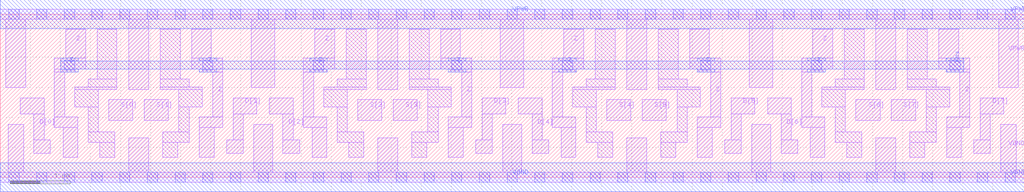
<source format=lef>
# Copyright 2020 The SkyWater PDK Authors
#
# Licensed under the Apache License, Version 2.0 (the "License");
# you may not use this file except in compliance with the License.
# You may obtain a copy of the License at
#
#     https://www.apache.org/licenses/LICENSE-2.0
#
# Unless required by applicable law or agreed to in writing, software
# distributed under the License is distributed on an "AS IS" BASIS,
# WITHOUT WARRANTIES OR CONDITIONS OF ANY KIND, either express or implied.
# See the License for the specific language governing permissions and
# limitations under the License.
#
# SPDX-License-Identifier: Apache-2.0

VERSION 5.7 ;
  NAMESCASESENSITIVE ON ;
  NOWIREEXTENSIONATPIN ON ;
  DIVIDERCHAR "/" ;
  BUSBITCHARS "[]" ;
UNITS
  DATABASE MICRONS 200 ;
END UNITS
PROPERTYDEFINITIONS
  MACRO maskLayoutSubType STRING ;
  MACRO prCellType STRING ;
  MACRO originalViewName STRING ;
END PROPERTYDEFINITIONS
MACRO sky130_fd_sc_hdll__muxb8to1_1
  CLASS CORE ;
  FOREIGN sky130_fd_sc_hdll__muxb8to1_1 ;
  ORIGIN  0.000000  0.000000 ;
  SIZE  17.02000 BY  2.720000 ;
  SYMMETRY X Y R90 ;
  SITE unithd ;
  PIN D[0]
    ANTENNAGATEAREA  0.277500 ;
    DIRECTION INPUT ;
    USE SIGNAL ;
    PORT
      LAYER li1 ;
        RECT 0.335000 1.055000 0.730000 1.325000 ;
        RECT 0.560000 0.395000 0.835000 0.625000 ;
        RECT 0.560000 0.625000 0.730000 1.055000 ;
    END
  END D[0]
  PIN D[1]
    ANTENNAGATEAREA  0.277500 ;
    DIRECTION INPUT ;
    USE SIGNAL ;
    PORT
      LAYER li1 ;
        RECT 3.765000 0.395000 4.040000 0.625000 ;
        RECT 3.870000 0.625000 4.040000 1.055000 ;
        RECT 3.870000 1.055000 4.265000 1.325000 ;
    END
  END D[1]
  PIN D[2]
    ANTENNAGATEAREA  0.277500 ;
    DIRECTION INPUT ;
    USE SIGNAL ;
    PORT
      LAYER li1 ;
        RECT 4.475000 1.055000 4.870000 1.325000 ;
        RECT 4.700000 0.395000 4.975000 0.625000 ;
        RECT 4.700000 0.625000 4.870000 1.055000 ;
    END
  END D[2]
  PIN D[3]
    ANTENNAGATEAREA  0.277500 ;
    DIRECTION INPUT ;
    USE SIGNAL ;
    PORT
      LAYER li1 ;
        RECT 7.905000 0.395000 8.180000 0.625000 ;
        RECT 8.010000 0.625000 8.180000 1.055000 ;
        RECT 8.010000 1.055000 8.405000 1.325000 ;
    END
  END D[3]
  PIN D[4]
    ANTENNAGATEAREA  0.277500 ;
    DIRECTION INPUT ;
    USE SIGNAL ;
    PORT
      LAYER li1 ;
        RECT 8.615000 1.055000 9.010000 1.325000 ;
        RECT 8.840000 0.395000 9.115000 0.625000 ;
        RECT 8.840000 0.625000 9.010000 1.055000 ;
    END
  END D[4]
  PIN D[5]
    ANTENNAGATEAREA  0.277500 ;
    DIRECTION INPUT ;
    USE SIGNAL ;
    PORT
      LAYER li1 ;
        RECT 12.045000 0.395000 12.320000 0.625000 ;
        RECT 12.150000 0.625000 12.320000 1.055000 ;
        RECT 12.150000 1.055000 12.545000 1.325000 ;
    END
  END D[5]
  PIN D[6]
    ANTENNAGATEAREA  0.277500 ;
    DIRECTION INPUT ;
    USE SIGNAL ;
    PORT
      LAYER li1 ;
        RECT 12.755000 1.055000 13.150000 1.325000 ;
        RECT 12.980000 0.395000 13.255000 0.625000 ;
        RECT 12.980000 0.625000 13.150000 1.055000 ;
    END
  END D[6]
  PIN D[7]
    ANTENNAGATEAREA  0.277500 ;
    DIRECTION INPUT ;
    USE SIGNAL ;
    PORT
      LAYER li1 ;
        RECT 16.185000 0.395000 16.460000 0.625000 ;
        RECT 16.290000 0.625000 16.460000 1.055000 ;
        RECT 16.290000 1.055000 16.685000 1.325000 ;
    END
  END D[7]
  PIN S[0]
    ANTENNAGATEAREA  0.336000 ;
    DIRECTION INPUT ;
    USE SIGNAL ;
    PORT
      LAYER li1 ;
        RECT 1.805000 0.945000 2.205000 1.295000 ;
    END
  END S[0]
  PIN S[1]
    ANTENNAGATEAREA  0.336000 ;
    DIRECTION INPUT ;
    USE SIGNAL ;
    PORT
      LAYER li1 ;
        RECT 2.395000 0.945000 2.795000 1.295000 ;
    END
  END S[1]
  PIN S[2]
    ANTENNAGATEAREA  0.336000 ;
    DIRECTION INPUT ;
    USE SIGNAL ;
    PORT
      LAYER li1 ;
        RECT 5.945000 0.945000 6.345000 1.295000 ;
    END
  END S[2]
  PIN S[3]
    ANTENNAGATEAREA  0.336000 ;
    DIRECTION INPUT ;
    USE SIGNAL ;
    PORT
      LAYER li1 ;
        RECT 6.535000 0.945000 6.935000 1.295000 ;
    END
  END S[3]
  PIN S[4]
    ANTENNAGATEAREA  0.336000 ;
    DIRECTION INPUT ;
    USE SIGNAL ;
    PORT
      LAYER li1 ;
        RECT 10.085000 0.945000 10.485000 1.295000 ;
    END
  END S[4]
  PIN S[5]
    ANTENNAGATEAREA  0.336000 ;
    DIRECTION INPUT ;
    USE SIGNAL ;
    PORT
      LAYER li1 ;
        RECT 10.675000 0.945000 11.075000 1.295000 ;
    END
  END S[5]
  PIN S[6]
    ANTENNAGATEAREA  0.336000 ;
    DIRECTION INPUT ;
    USE SIGNAL ;
    PORT
      LAYER li1 ;
        RECT 14.225000 0.945000 14.625000 1.295000 ;
    END
  END S[6]
  PIN S[7]
    ANTENNAGATEAREA  0.336000 ;
    DIRECTION INPUT ;
    USE SIGNAL ;
    PORT
      LAYER li1 ;
        RECT 14.815000 0.945000 15.215000 1.295000 ;
    END
  END S[7]
  PIN VGND
    ANTENNADIFFAREA  1.875900 ;
    DIRECTION INOUT ;
    USE SIGNAL ;
    PORT
      LAYER li1 ;
        RECT  0.000000 -0.085000 17.020000 0.085000 ;
        RECT  0.130000  0.085000  0.390000 0.885000 ;
        RECT  2.135000  0.085000  2.465000 0.660000 ;
        RECT  4.210000  0.085000  4.530000 0.885000 ;
        RECT  6.275000  0.085000  6.605000 0.660000 ;
        RECT  8.350000  0.085000  8.670000 0.885000 ;
        RECT 10.415000  0.085000 10.745000 0.660000 ;
        RECT 12.490000  0.085000 12.810000 0.885000 ;
        RECT 14.555000  0.085000 14.885000 0.660000 ;
        RECT 16.630000  0.085000 16.890000 0.885000 ;
      LAYER mcon ;
        RECT  0.145000 -0.085000  0.315000 0.085000 ;
        RECT  0.605000 -0.085000  0.775000 0.085000 ;
        RECT  1.065000 -0.085000  1.235000 0.085000 ;
        RECT  1.525000 -0.085000  1.695000 0.085000 ;
        RECT  1.985000 -0.085000  2.155000 0.085000 ;
        RECT  2.445000 -0.085000  2.615000 0.085000 ;
        RECT  2.905000 -0.085000  3.075000 0.085000 ;
        RECT  3.365000 -0.085000  3.535000 0.085000 ;
        RECT  3.825000 -0.085000  3.995000 0.085000 ;
        RECT  4.285000 -0.085000  4.455000 0.085000 ;
        RECT  4.745000 -0.085000  4.915000 0.085000 ;
        RECT  5.205000 -0.085000  5.375000 0.085000 ;
        RECT  5.665000 -0.085000  5.835000 0.085000 ;
        RECT  6.125000 -0.085000  6.295000 0.085000 ;
        RECT  6.585000 -0.085000  6.755000 0.085000 ;
        RECT  7.045000 -0.085000  7.215000 0.085000 ;
        RECT  7.505000 -0.085000  7.675000 0.085000 ;
        RECT  7.965000 -0.085000  8.135000 0.085000 ;
        RECT  8.425000 -0.085000  8.595000 0.085000 ;
        RECT  8.885000 -0.085000  9.055000 0.085000 ;
        RECT  9.345000 -0.085000  9.515000 0.085000 ;
        RECT  9.805000 -0.085000  9.975000 0.085000 ;
        RECT 10.265000 -0.085000 10.435000 0.085000 ;
        RECT 10.725000 -0.085000 10.895000 0.085000 ;
        RECT 11.185000 -0.085000 11.355000 0.085000 ;
        RECT 11.645000 -0.085000 11.815000 0.085000 ;
        RECT 12.105000 -0.085000 12.275000 0.085000 ;
        RECT 12.565000 -0.085000 12.735000 0.085000 ;
        RECT 13.025000 -0.085000 13.195000 0.085000 ;
        RECT 13.485000 -0.085000 13.655000 0.085000 ;
        RECT 13.945000 -0.085000 14.115000 0.085000 ;
        RECT 14.405000 -0.085000 14.575000 0.085000 ;
        RECT 14.865000 -0.085000 15.035000 0.085000 ;
        RECT 15.325000 -0.085000 15.495000 0.085000 ;
        RECT 15.785000 -0.085000 15.955000 0.085000 ;
        RECT 16.245000 -0.085000 16.415000 0.085000 ;
        RECT 16.705000 -0.085000 16.875000 0.085000 ;
    END
    PORT
      LAYER met1 ;
        RECT 0.000000 -0.240000 17.020000 0.240000 ;
    END
  END VGND
  PIN VPWR
    ANTENNADIFFAREA  3.190000 ;
    DIRECTION INOUT ;
    USE SIGNAL ;
    PORT
      LAYER li1 ;
        RECT  0.000000 2.635000 17.020000 2.805000 ;
        RECT  0.095000 1.495000  0.425000 2.635000 ;
        RECT  2.135000 1.465000  2.465000 2.635000 ;
        RECT  4.175000 1.495000  4.565000 2.635000 ;
        RECT  6.275000 1.465000  6.605000 2.635000 ;
        RECT  8.315000 1.495000  8.705000 2.635000 ;
        RECT 10.415000 1.465000 10.745000 2.635000 ;
        RECT 12.455000 1.495000 12.845000 2.635000 ;
        RECT 14.555000 1.465000 14.885000 2.635000 ;
        RECT 16.595000 1.495000 16.925000 2.635000 ;
      LAYER mcon ;
        RECT  0.145000 2.635000  0.315000 2.805000 ;
        RECT  0.605000 2.635000  0.775000 2.805000 ;
        RECT  1.065000 2.635000  1.235000 2.805000 ;
        RECT  1.525000 2.635000  1.695000 2.805000 ;
        RECT  1.985000 2.635000  2.155000 2.805000 ;
        RECT  2.445000 2.635000  2.615000 2.805000 ;
        RECT  2.905000 2.635000  3.075000 2.805000 ;
        RECT  3.365000 2.635000  3.535000 2.805000 ;
        RECT  3.825000 2.635000  3.995000 2.805000 ;
        RECT  4.285000 2.635000  4.455000 2.805000 ;
        RECT  4.745000 2.635000  4.915000 2.805000 ;
        RECT  5.205000 2.635000  5.375000 2.805000 ;
        RECT  5.665000 2.635000  5.835000 2.805000 ;
        RECT  6.125000 2.635000  6.295000 2.805000 ;
        RECT  6.585000 2.635000  6.755000 2.805000 ;
        RECT  7.045000 2.635000  7.215000 2.805000 ;
        RECT  7.505000 2.635000  7.675000 2.805000 ;
        RECT  7.965000 2.635000  8.135000 2.805000 ;
        RECT  8.425000 2.635000  8.595000 2.805000 ;
        RECT  8.885000 2.635000  9.055000 2.805000 ;
        RECT  9.345000 2.635000  9.515000 2.805000 ;
        RECT  9.805000 2.635000  9.975000 2.805000 ;
        RECT 10.265000 2.635000 10.435000 2.805000 ;
        RECT 10.725000 2.635000 10.895000 2.805000 ;
        RECT 11.185000 2.635000 11.355000 2.805000 ;
        RECT 11.645000 2.635000 11.815000 2.805000 ;
        RECT 12.105000 2.635000 12.275000 2.805000 ;
        RECT 12.565000 2.635000 12.735000 2.805000 ;
        RECT 13.025000 2.635000 13.195000 2.805000 ;
        RECT 13.485000 2.635000 13.655000 2.805000 ;
        RECT 13.945000 2.635000 14.115000 2.805000 ;
        RECT 14.405000 2.635000 14.575000 2.805000 ;
        RECT 14.865000 2.635000 15.035000 2.805000 ;
        RECT 15.325000 2.635000 15.495000 2.805000 ;
        RECT 15.785000 2.635000 15.955000 2.805000 ;
        RECT 16.245000 2.635000 16.415000 2.805000 ;
        RECT 16.705000 2.635000 16.875000 2.805000 ;
    END
    PORT
      LAYER met1 ;
        RECT 0.000000 2.480000 17.020000 2.960000 ;
    END
  END VPWR
  PIN Z
    ANTENNADIFFAREA  2.852800 ;
    DIRECTION OUTPUT ;
    USE SIGNAL ;
    PORT
      LAYER li1 ;
        RECT 0.900000 0.835000 1.290000 1.005000 ;
        RECT 0.900000 1.005000 1.070000 1.755000 ;
        RECT 0.900000 1.755000 1.295000 1.805000 ;
        RECT 0.900000 1.805000 1.420000 1.985000 ;
        RECT 1.045000 0.330000 1.290000 0.835000 ;
        RECT 1.090000 1.985000 1.420000 2.465000 ;
      LAYER mcon ;
        RECT 1.065000 1.785000 1.235000 1.955000 ;
    END
    PORT
      LAYER li1 ;
        RECT 11.460000 1.805000 11.980000 1.985000 ;
        RECT 11.460000 1.985000 11.790000 2.465000 ;
        RECT 11.585000 1.755000 11.980000 1.805000 ;
        RECT 11.590000 0.330000 11.835000 0.835000 ;
        RECT 11.590000 0.835000 11.980000 1.005000 ;
        RECT 11.810000 1.005000 11.980000 1.755000 ;
      LAYER mcon ;
        RECT 11.645000 1.785000 11.815000 1.955000 ;
    END
    PORT
      LAYER li1 ;
        RECT 13.320000 0.835000 13.710000 1.005000 ;
        RECT 13.320000 1.005000 13.490000 1.755000 ;
        RECT 13.320000 1.755000 13.715000 1.805000 ;
        RECT 13.320000 1.805000 13.840000 1.985000 ;
        RECT 13.465000 0.330000 13.710000 0.835000 ;
        RECT 13.510000 1.985000 13.840000 2.465000 ;
      LAYER mcon ;
        RECT 13.485000 1.785000 13.655000 1.955000 ;
    END
    PORT
      LAYER li1 ;
        RECT 15.600000 1.805000 16.120000 1.985000 ;
        RECT 15.600000 1.985000 15.930000 2.465000 ;
        RECT 15.725000 1.755000 16.120000 1.805000 ;
        RECT 15.730000 0.330000 15.975000 0.835000 ;
        RECT 15.730000 0.835000 16.120000 1.005000 ;
        RECT 15.950000 1.005000 16.120000 1.755000 ;
      LAYER mcon ;
        RECT 15.785000 1.785000 15.955000 1.955000 ;
    END
    PORT
      LAYER li1 ;
        RECT 3.180000 1.805000 3.700000 1.985000 ;
        RECT 3.180000 1.985000 3.510000 2.465000 ;
        RECT 3.305000 1.755000 3.700000 1.805000 ;
        RECT 3.310000 0.330000 3.555000 0.835000 ;
        RECT 3.310000 0.835000 3.700000 1.005000 ;
        RECT 3.530000 1.005000 3.700000 1.755000 ;
      LAYER mcon ;
        RECT 3.365000 1.785000 3.535000 1.955000 ;
    END
    PORT
      LAYER li1 ;
        RECT 5.040000 0.835000 5.430000 1.005000 ;
        RECT 5.040000 1.005000 5.210000 1.755000 ;
        RECT 5.040000 1.755000 5.435000 1.805000 ;
        RECT 5.040000 1.805000 5.560000 1.985000 ;
        RECT 5.185000 0.330000 5.430000 0.835000 ;
        RECT 5.230000 1.985000 5.560000 2.465000 ;
      LAYER mcon ;
        RECT 5.205000 1.785000 5.375000 1.955000 ;
    END
    PORT
      LAYER li1 ;
        RECT 7.320000 1.805000 7.840000 1.985000 ;
        RECT 7.320000 1.985000 7.650000 2.465000 ;
        RECT 7.445000 1.755000 7.840000 1.805000 ;
        RECT 7.450000 0.330000 7.695000 0.835000 ;
        RECT 7.450000 0.835000 7.840000 1.005000 ;
        RECT 7.670000 1.005000 7.840000 1.755000 ;
      LAYER mcon ;
        RECT 7.505000 1.785000 7.675000 1.955000 ;
    END
    PORT
      LAYER li1 ;
        RECT 9.180000 0.835000 9.570000 1.005000 ;
        RECT 9.180000 1.005000 9.350000 1.755000 ;
        RECT 9.180000 1.755000 9.575000 1.805000 ;
        RECT 9.180000 1.805000 9.700000 1.985000 ;
        RECT 9.325000 0.330000 9.570000 0.835000 ;
        RECT 9.370000 1.985000 9.700000 2.465000 ;
      LAYER mcon ;
        RECT 9.345000 1.785000 9.515000 1.955000 ;
    END
    PORT
      LAYER met1 ;
        RECT  1.005000 1.755000  1.295000 1.800000 ;
        RECT  1.005000 1.800000 16.015000 1.940000 ;
        RECT  1.005000 1.940000  1.295000 1.985000 ;
        RECT  3.305000 1.755000  3.595000 1.800000 ;
        RECT  3.305000 1.940000  3.595000 1.985000 ;
        RECT  5.145000 1.755000  5.435000 1.800000 ;
        RECT  5.145000 1.940000  5.435000 1.985000 ;
        RECT  7.445000 1.755000  7.735000 1.800000 ;
        RECT  7.445000 1.940000  7.735000 1.985000 ;
        RECT  9.285000 1.755000  9.575000 1.800000 ;
        RECT  9.285000 1.940000  9.575000 1.985000 ;
        RECT 11.585000 1.755000 11.875000 1.800000 ;
        RECT 11.585000 1.940000 11.875000 1.985000 ;
        RECT 13.425000 1.755000 13.715000 1.800000 ;
        RECT 13.425000 1.940000 13.715000 1.985000 ;
        RECT 15.725000 1.755000 16.015000 1.800000 ;
        RECT 15.725000 1.940000 16.015000 1.985000 ;
    END
  END Z
  OBS
    LAYER li1 ;
      RECT  1.240000 1.175000  1.630000 1.465000 ;
      RECT  1.240000 1.465000  1.940000 1.505000 ;
      RECT  1.460000 0.585000  1.900000 0.755000 ;
      RECT  1.460000 0.755000  1.630000 1.175000 ;
      RECT  1.460000 1.505000  1.940000 1.635000 ;
      RECT  1.610000 1.635000  1.940000 2.465000 ;
      RECT  1.650000 0.330000  1.900000 0.585000 ;
      RECT  2.660000 1.465000  3.360000 1.505000 ;
      RECT  2.660000 1.505000  3.140000 1.635000 ;
      RECT  2.660000 1.635000  2.990000 2.465000 ;
      RECT  2.700000 0.330000  2.950000 0.585000 ;
      RECT  2.700000 0.585000  3.140000 0.755000 ;
      RECT  2.970000 0.755000  3.140000 1.175000 ;
      RECT  2.970000 1.175000  3.360000 1.465000 ;
      RECT  5.380000 1.175000  5.770000 1.465000 ;
      RECT  5.380000 1.465000  6.080000 1.505000 ;
      RECT  5.600000 0.585000  6.040000 0.755000 ;
      RECT  5.600000 0.755000  5.770000 1.175000 ;
      RECT  5.600000 1.505000  6.080000 1.635000 ;
      RECT  5.750000 1.635000  6.080000 2.465000 ;
      RECT  5.790000 0.330000  6.040000 0.585000 ;
      RECT  6.800000 1.465000  7.500000 1.505000 ;
      RECT  6.800000 1.505000  7.280000 1.635000 ;
      RECT  6.800000 1.635000  7.130000 2.465000 ;
      RECT  6.840000 0.330000  7.090000 0.585000 ;
      RECT  6.840000 0.585000  7.280000 0.755000 ;
      RECT  7.110000 0.755000  7.280000 1.175000 ;
      RECT  7.110000 1.175000  7.500000 1.465000 ;
      RECT  9.520000 1.175000  9.910000 1.465000 ;
      RECT  9.520000 1.465000 10.220000 1.505000 ;
      RECT  9.740000 0.585000 10.180000 0.755000 ;
      RECT  9.740000 0.755000  9.910000 1.175000 ;
      RECT  9.740000 1.505000 10.220000 1.635000 ;
      RECT  9.890000 1.635000 10.220000 2.465000 ;
      RECT  9.930000 0.330000 10.180000 0.585000 ;
      RECT 10.940000 1.465000 11.640000 1.505000 ;
      RECT 10.940000 1.505000 11.420000 1.635000 ;
      RECT 10.940000 1.635000 11.270000 2.465000 ;
      RECT 10.980000 0.330000 11.230000 0.585000 ;
      RECT 10.980000 0.585000 11.420000 0.755000 ;
      RECT 11.250000 0.755000 11.420000 1.175000 ;
      RECT 11.250000 1.175000 11.640000 1.465000 ;
      RECT 13.660000 1.175000 14.050000 1.465000 ;
      RECT 13.660000 1.465000 14.360000 1.505000 ;
      RECT 13.880000 0.585000 14.320000 0.755000 ;
      RECT 13.880000 0.755000 14.050000 1.175000 ;
      RECT 13.880000 1.505000 14.360000 1.635000 ;
      RECT 14.030000 1.635000 14.360000 2.465000 ;
      RECT 14.070000 0.330000 14.320000 0.585000 ;
      RECT 15.080000 1.465000 15.780000 1.505000 ;
      RECT 15.080000 1.505000 15.560000 1.635000 ;
      RECT 15.080000 1.635000 15.410000 2.465000 ;
      RECT 15.120000 0.330000 15.370000 0.585000 ;
      RECT 15.120000 0.585000 15.560000 0.755000 ;
      RECT 15.390000 0.755000 15.560000 1.175000 ;
      RECT 15.390000 1.175000 15.780000 1.465000 ;
  END
  PROPERTY maskLayoutSubType "abstract" ;
  PROPERTY prCellType "standard" ;
  PROPERTY originalViewName "layout" ;
END sky130_fd_sc_hdll__muxb8to1_1
END LIBRARY

</source>
